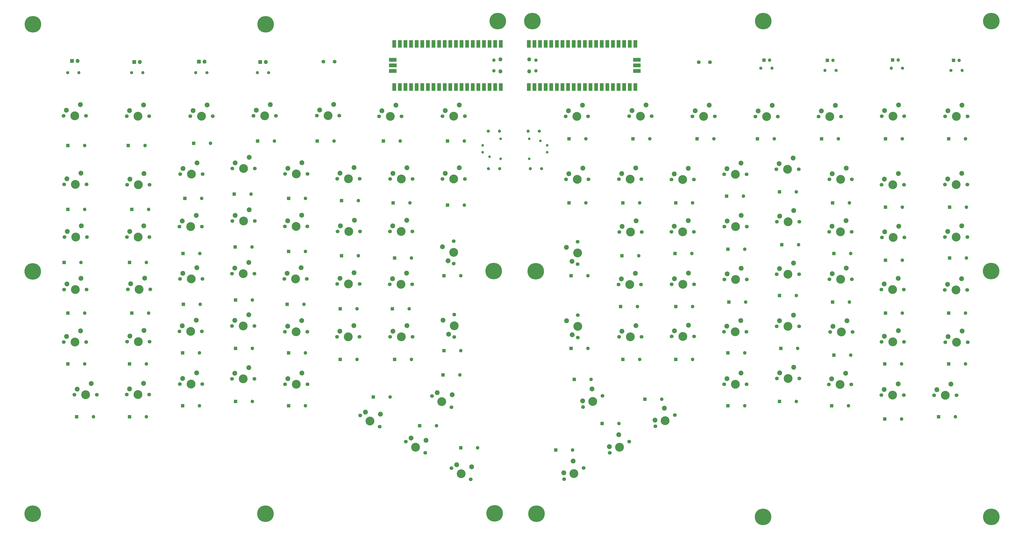
<source format=gbr>
%TF.GenerationSoftware,KiCad,Pcbnew,6.0.9-8da3e8f707~117~ubuntu20.04.1*%
%TF.CreationDate,2022-12-03T18:10:28+01:00*%
%TF.ProjectId,98keys-split-pcb,39386b65-7973-42d7-9370-6c69742d7063,rev?*%
%TF.SameCoordinates,Original*%
%TF.FileFunction,Soldermask,Top*%
%TF.FilePolarity,Negative*%
%FSLAX46Y46*%
G04 Gerber Fmt 4.6, Leading zero omitted, Abs format (unit mm)*
G04 Created by KiCad (PCBNEW 6.0.9-8da3e8f707~117~ubuntu20.04.1) date 2022-12-03 18:10:28*
%MOMM*%
%LPD*%
G01*
G04 APERTURE LIST*
%ADD10R,1.600000X1.600000*%
%ADD11O,1.600000X1.600000*%
%ADD12C,7.500000*%
%ADD13C,1.700000*%
%ADD14C,4.000000*%
%ADD15C,2.200000*%
%ADD16R,1.500000X1.500000*%
%ADD17O,1.500000X1.500000*%
%ADD18C,1.400000*%
%ADD19O,1.400000X1.400000*%
%ADD20R,1.800000X1.800000*%
%ADD21O,1.800000X1.800000*%
%ADD22O,1.700000X1.700000*%
%ADD23R,1.700000X3.500000*%
%ADD24R,1.700000X1.700000*%
%ADD25R,3.500000X1.700000*%
%ADD26C,1.200000*%
G04 APERTURE END LIST*
D10*
%TO.C,D23*%
X431000000Y-181000000D03*
D11*
X438620000Y-181000000D03*
%TD*%
D10*
%TO.C,D91*%
X136000000Y-212000000D03*
D11*
X143620000Y-212000000D03*
%TD*%
D10*
%TO.C,D61*%
X267380000Y-216000000D03*
D11*
X275000000Y-216000000D03*
%TD*%
D12*
%TO.C,H15*%
X302750000Y-32600000D03*
%TD*%
D10*
%TO.C,D90*%
X165000000Y-88000000D03*
D11*
X172620000Y-88000000D03*
%TD*%
D10*
%TO.C,D79*%
X183380000Y-111000000D03*
D11*
X191000000Y-111000000D03*
%TD*%
D13*
%TO.C,SW43*%
X338900000Y-142780000D03*
D14*
X338900000Y-137700000D03*
D13*
X338900000Y-132620000D03*
D15*
X333820000Y-135160000D03*
X336360000Y-141510000D03*
%TD*%
D14*
%TO.C,SW89*%
X140000000Y-177900000D03*
D13*
X145080000Y-177900000D03*
X134920000Y-177900000D03*
D15*
X142540000Y-172820000D03*
X136190000Y-175360000D03*
%TD*%
D14*
%TO.C,SW3*%
X510380000Y-130540000D03*
D13*
X505300000Y-130540000D03*
X515460000Y-130540000D03*
D15*
X512920000Y-125460000D03*
X506570000Y-128000000D03*
%TD*%
D10*
%TO.C,D44*%
X350000000Y-215000000D03*
D11*
X357620000Y-215000000D03*
%TD*%
D10*
%TO.C,D47*%
X329000000Y-227000000D03*
D11*
X336620000Y-227000000D03*
%TD*%
D12*
%TO.C,H3*%
X526300000Y-32600000D03*
%TD*%
D16*
%TO.C,D51*%
X509180000Y-50440000D03*
D17*
X511720000Y-50440000D03*
%TD*%
D13*
%TO.C,SW21*%
X439360000Y-123540000D03*
D14*
X434280000Y-123540000D03*
D13*
X429200000Y-123540000D03*
D15*
X436820000Y-118460000D03*
X430470000Y-121000000D03*
%TD*%
D13*
%TO.C,SW28*%
X415360000Y-173440000D03*
D14*
X410280000Y-173440000D03*
D13*
X405200000Y-173440000D03*
D15*
X412820000Y-168360000D03*
X406470000Y-170900000D03*
%TD*%
D10*
%TO.C,D26*%
X407000000Y-136000000D03*
D11*
X414620000Y-136000000D03*
%TD*%
D10*
%TO.C,D95*%
X136000000Y-188000000D03*
D11*
X143620000Y-188000000D03*
%TD*%
D13*
%TO.C,SW80*%
X158720000Y-197100000D03*
X168880000Y-197100000D03*
D14*
X163800000Y-197100000D03*
D15*
X166340000Y-192020000D03*
X159990000Y-194560000D03*
%TD*%
D10*
%TO.C,D43*%
X336000000Y-148000000D03*
D11*
X343620000Y-148000000D03*
%TD*%
D13*
%TO.C,SW5*%
X505200000Y-154440000D03*
X515360000Y-154440000D03*
D14*
X510280000Y-154440000D03*
D15*
X512820000Y-149360000D03*
X506470000Y-151900000D03*
%TD*%
D18*
%TO.C,R10*%
X136920000Y-56000000D03*
D19*
X142000000Y-56000000D03*
%TD*%
D14*
%TO.C,SW9*%
X481880000Y-130640000D03*
D13*
X486960000Y-130640000D03*
X476800000Y-130640000D03*
D15*
X484420000Y-125560000D03*
X478070000Y-128100000D03*
%TD*%
D12*
%TO.C,H11*%
X92100000Y-255900000D03*
%TD*%
D13*
%TO.C,SW35*%
X382919405Y-211220009D03*
X374120586Y-216300009D03*
D14*
X378519995Y-213760009D03*
D15*
X378179700Y-208090600D03*
X373950439Y-213465305D03*
%TD*%
D14*
%TO.C,SW34*%
X386580000Y-175540000D03*
D13*
X381500000Y-175540000D03*
X391660000Y-175540000D03*
D15*
X389120000Y-170460000D03*
X382770000Y-173000000D03*
%TD*%
D12*
%TO.C,H9*%
X92200000Y-34100000D03*
%TD*%
D18*
%TO.C,R11*%
X298460000Y-82500000D03*
D19*
X303540000Y-82500000D03*
%TD*%
D14*
%TO.C,SW53*%
X282820000Y-137460000D03*
D13*
X282820000Y-132380000D03*
X282820000Y-142540000D03*
D15*
X277740000Y-134920000D03*
X280280000Y-141270000D03*
%TD*%
D10*
%TO.C,D93*%
X136000000Y-142000000D03*
D11*
X143620000Y-142000000D03*
%TD*%
D13*
%TO.C,SW11*%
X476500000Y-154340000D03*
D14*
X481580000Y-154340000D03*
D13*
X486660000Y-154340000D03*
D15*
X484120000Y-149260000D03*
X477770000Y-151800000D03*
%TD*%
D18*
%TO.C,R8*%
X171000000Y-56000000D03*
D19*
X165920000Y-56000000D03*
%TD*%
D10*
%TO.C,D88*%
X160190000Y-138000000D03*
D11*
X167810000Y-138000000D03*
%TD*%
D14*
%TO.C,SW7*%
X481780000Y-75740000D03*
D13*
X476700000Y-75740000D03*
X486860000Y-75740000D03*
D15*
X484320000Y-70660000D03*
X477970000Y-73200000D03*
%TD*%
D13*
%TO.C,SW58*%
X264080000Y-128000000D03*
X253920000Y-128000000D03*
D14*
X259000000Y-128000000D03*
D15*
X261540000Y-122920000D03*
X255190000Y-125460000D03*
%TD*%
D13*
%TO.C,SW76*%
X182520000Y-123200000D03*
D14*
X187600000Y-123200000D03*
D13*
X192680000Y-123200000D03*
D15*
X190140000Y-118120000D03*
X183790000Y-120660000D03*
%TD*%
D12*
%TO.C,H8*%
X422950000Y-257350000D03*
%TD*%
D10*
%TO.C,D35*%
X383380000Y-186000000D03*
D11*
X391000000Y-186000000D03*
%TD*%
D10*
%TO.C,D83*%
X184000000Y-205000000D03*
D11*
X191620000Y-205000000D03*
%TD*%
D10*
%TO.C,D66*%
X280000000Y-87000000D03*
D11*
X287620000Y-87000000D03*
%TD*%
D14*
%TO.C,SW20*%
X433980000Y-99740000D03*
D13*
X428900000Y-99740000D03*
X439060000Y-99740000D03*
D15*
X436520000Y-94660000D03*
X430170000Y-97200000D03*
%TD*%
D10*
%TO.C,D81*%
X184000000Y-159000000D03*
D11*
X191620000Y-159000000D03*
%TD*%
D13*
%TO.C,SW29*%
X415560000Y-149740000D03*
D14*
X410480000Y-149740000D03*
D13*
X405400000Y-149740000D03*
D15*
X413020000Y-144660000D03*
X406670000Y-147200000D03*
%TD*%
D14*
%TO.C,SW17*%
X458080000Y-149640000D03*
D13*
X463160000Y-149640000D03*
X453000000Y-149640000D03*
D15*
X460620000Y-144560000D03*
X454270000Y-147100000D03*
%TD*%
D10*
%TO.C,D86*%
X160000000Y-207000000D03*
D11*
X167620000Y-207000000D03*
%TD*%
D13*
%TO.C,SW74*%
X192580000Y-194800000D03*
X182420000Y-194800000D03*
D14*
X187500000Y-194800000D03*
D15*
X190040000Y-189720000D03*
X183690000Y-192260000D03*
%TD*%
D12*
%TO.C,H1*%
X526300000Y-257350000D03*
%TD*%
D13*
%TO.C,SW66*%
X259180000Y-75800000D03*
D14*
X254100000Y-75800000D03*
D13*
X249020000Y-75800000D03*
D15*
X256640000Y-70720000D03*
X250290000Y-73260000D03*
%TD*%
D10*
%TO.C,D40*%
X359000000Y-139000000D03*
D11*
X366620000Y-139000000D03*
%TD*%
D13*
%TO.C,SW85*%
X135220000Y-154200000D03*
D14*
X140300000Y-154200000D03*
D13*
X145380000Y-154200000D03*
D15*
X142840000Y-149120000D03*
X136490000Y-151660000D03*
%TD*%
D10*
%TO.C,D62*%
X256000000Y-140000000D03*
D11*
X263620000Y-140000000D03*
%TD*%
D14*
%TO.C,SW15*%
X457980000Y-128140000D03*
D13*
X452900000Y-128140000D03*
X463060000Y-128140000D03*
D15*
X460520000Y-123060000D03*
X454170000Y-125600000D03*
%TD*%
D10*
%TO.C,D92*%
X137000000Y-118000000D03*
D11*
X144620000Y-118000000D03*
%TD*%
D10*
%TO.C,D82*%
X184000000Y-181000000D03*
D11*
X191620000Y-181000000D03*
%TD*%
D18*
%TO.C,R1*%
X421920000Y-54000000D03*
D19*
X427000000Y-54000000D03*
%TD*%
D13*
%TO.C,SW6*%
X510560000Y-202240000D03*
D14*
X505480000Y-202240000D03*
D13*
X500400000Y-202240000D03*
D15*
X508020000Y-197160000D03*
X501670000Y-199700000D03*
%TD*%
D10*
%TO.C,D56*%
X286000000Y-226000000D03*
D11*
X293620000Y-226000000D03*
%TD*%
D10*
%TO.C,D73*%
X208000000Y-113000000D03*
D11*
X215620000Y-113000000D03*
%TD*%
D14*
%TO.C,SW27*%
X410480000Y-125740000D03*
D13*
X405400000Y-125740000D03*
X415560000Y-125740000D03*
D15*
X413020000Y-120660000D03*
X406670000Y-123200000D03*
%TD*%
D10*
%TO.C,D42*%
X335000000Y-115000000D03*
D11*
X342620000Y-115000000D03*
%TD*%
D13*
%TO.C,SW88*%
X144980000Y-130500000D03*
D14*
X139900000Y-130500000D03*
D13*
X134820000Y-130500000D03*
D15*
X142440000Y-125420000D03*
X136090000Y-127960000D03*
%TD*%
D14*
%TO.C,SW62*%
X235100000Y-104100000D03*
D13*
X240180000Y-104100000D03*
X230020000Y-104100000D03*
D15*
X237640000Y-99020000D03*
X231290000Y-101560000D03*
%TD*%
D13*
%TO.C,SW87*%
X134920000Y-106800000D03*
X145080000Y-106800000D03*
D14*
X140000000Y-106800000D03*
D15*
X142540000Y-101720000D03*
X136190000Y-104260000D03*
%TD*%
D13*
%TO.C,SW48*%
X393800000Y-51300000D03*
X398880000Y-51300000D03*
%TD*%
D10*
%TO.C,D98*%
X108000000Y-165000000D03*
D11*
X115620000Y-165000000D03*
%TD*%
D13*
%TO.C,SW4*%
X505500000Y-178140000D03*
X515660000Y-178140000D03*
D14*
X510580000Y-178140000D03*
D15*
X513120000Y-173060000D03*
X506770000Y-175600000D03*
%TD*%
D14*
%TO.C,SW93*%
X111400000Y-106600000D03*
D13*
X106320000Y-106600000D03*
X116480000Y-106600000D03*
D15*
X113940000Y-101520000D03*
X107590000Y-104060000D03*
%TD*%
D10*
%TO.C,D10*%
X478380000Y-165000000D03*
D11*
X486000000Y-165000000D03*
%TD*%
D14*
%TO.C,SW90*%
X139800000Y-75700000D03*
D13*
X134720000Y-75700000D03*
X144880000Y-75700000D03*
D15*
X142340000Y-70620000D03*
X135990000Y-73160000D03*
%TD*%
D10*
%TO.C,D70*%
X231380000Y-163000000D03*
D11*
X239000000Y-163000000D03*
%TD*%
D10*
%TO.C,D39*%
X359380000Y-186000000D03*
D11*
X367000000Y-186000000D03*
%TD*%
D13*
%TO.C,SW39*%
X357800000Y-128240000D03*
X367960000Y-128240000D03*
D14*
X362880000Y-128240000D03*
D15*
X365420000Y-123160000D03*
X359070000Y-125700000D03*
%TD*%
D10*
%TO.C,D69*%
X232000000Y-139000000D03*
D11*
X239620000Y-139000000D03*
%TD*%
D10*
%TO.C,D100*%
X108000000Y-118000000D03*
D11*
X115620000Y-118000000D03*
%TD*%
D10*
%TO.C,D99*%
X108000000Y-188000000D03*
D11*
X115620000Y-188000000D03*
%TD*%
D18*
%TO.C,R4*%
X486080000Y-54000000D03*
D19*
X481000000Y-54000000D03*
%TD*%
D10*
%TO.C,D80*%
X183810000Y-135000000D03*
D11*
X191430000Y-135000000D03*
%TD*%
D13*
%TO.C,SW31*%
X362300000Y-75740000D03*
X372460000Y-75740000D03*
D14*
X367380000Y-75740000D03*
D15*
X369920000Y-70660000D03*
X363570000Y-73200000D03*
%TD*%
D10*
%TO.C,D2*%
X507380000Y-117000000D03*
D11*
X515000000Y-117000000D03*
%TD*%
D13*
%TO.C,SW81*%
X169080000Y-102000000D03*
X158920000Y-102000000D03*
D14*
X164000000Y-102000000D03*
D15*
X166540000Y-96920000D03*
X160190000Y-99460000D03*
%TD*%
D12*
%TO.C,H5*%
X318450000Y-32650000D03*
%TD*%
D10*
%TO.C,D41*%
X358380000Y-162000000D03*
D11*
X366000000Y-162000000D03*
%TD*%
D10*
%TO.C,D34*%
X383380000Y-162000000D03*
D11*
X391000000Y-162000000D03*
%TD*%
D10*
%TO.C,D24*%
X430380000Y-205000000D03*
D11*
X438000000Y-205000000D03*
%TD*%
D14*
%TO.C,SW54*%
X283040000Y-170720000D03*
D13*
X283040000Y-165640000D03*
X283040000Y-175800000D03*
D15*
X277960000Y-168180000D03*
X280500000Y-174530000D03*
%TD*%
D10*
%TO.C,D58*%
X278380000Y-182000000D03*
D11*
X286000000Y-182000000D03*
%TD*%
D10*
%TO.C,D16*%
X455000000Y-184000000D03*
D11*
X462620000Y-184000000D03*
%TD*%
D13*
%TO.C,SW19*%
X429600000Y-75860000D03*
X419440000Y-75860000D03*
D14*
X424520000Y-75860000D03*
D15*
X427060000Y-70780000D03*
X420710000Y-73320000D03*
%TD*%
D10*
%TO.C,D27*%
X406380000Y-112000000D03*
D11*
X414000000Y-112000000D03*
%TD*%
D18*
%TO.C,R12*%
X107920000Y-56000000D03*
D19*
X113000000Y-56000000D03*
%TD*%
D13*
%TO.C,SW47*%
X332820586Y-240200009D03*
D14*
X337219995Y-237660009D03*
D13*
X341619405Y-235120009D03*
D15*
X336879700Y-231990600D03*
X332650439Y-237365305D03*
%TD*%
D16*
%TO.C,D49*%
X452064700Y-50440000D03*
D17*
X454604700Y-50440000D03*
%TD*%
D14*
%TO.C,SW18*%
X457780000Y-197340000D03*
D13*
X452700000Y-197340000D03*
X462860000Y-197340000D03*
D15*
X460320000Y-192260000D03*
X453970000Y-194800000D03*
%TD*%
D10*
%TO.C,D14*%
X454380000Y-115000000D03*
D11*
X462000000Y-115000000D03*
%TD*%
D13*
%TO.C,SW96*%
X116280000Y-75600000D03*
D14*
X111200000Y-75600000D03*
D13*
X106120000Y-75600000D03*
D15*
X113740000Y-70520000D03*
X107390000Y-73060000D03*
%TD*%
D12*
%TO.C,H4*%
X423000000Y-32650000D03*
%TD*%
D14*
%TO.C,SW67*%
X211200000Y-149500000D03*
D13*
X206120000Y-149500000D03*
X216280000Y-149500000D03*
D15*
X213740000Y-144420000D03*
X207390000Y-146960000D03*
%TD*%
D13*
%TO.C,SW41*%
X357500000Y-152040000D03*
D14*
X362580000Y-152040000D03*
D13*
X367660000Y-152040000D03*
D15*
X365120000Y-146960000D03*
X358770000Y-149500000D03*
%TD*%
D10*
%TO.C,D4*%
X507000000Y-165000000D03*
D11*
X514620000Y-165000000D03*
%TD*%
D13*
%TO.C,SW46*%
X341420586Y-207569409D03*
X350219405Y-202489409D03*
D14*
X345819995Y-205029409D03*
D15*
X345479700Y-199360000D03*
X341250439Y-204734705D03*
%TD*%
D14*
%TO.C,SW16*%
X458380000Y-173540000D03*
D13*
X463460000Y-173540000D03*
X453300000Y-173540000D03*
D15*
X460920000Y-168460000D03*
X454570000Y-171000000D03*
%TD*%
D10*
%TO.C,D63*%
X255000000Y-163000000D03*
D11*
X262620000Y-163000000D03*
%TD*%
D10*
%TO.C,D33*%
X383000000Y-138000000D03*
D11*
X390620000Y-138000000D03*
%TD*%
D13*
%TO.C,SW22*%
X429060000Y-170960000D03*
X439220000Y-170960000D03*
D14*
X434140000Y-170960000D03*
D15*
X436680000Y-165880000D03*
X430330000Y-168420000D03*
%TD*%
D14*
%TO.C,SW26*%
X410380000Y-102040000D03*
D13*
X405300000Y-102040000D03*
X415460000Y-102040000D03*
D15*
X412920000Y-96960000D03*
X406570000Y-99500000D03*
%TD*%
D10*
%TO.C,D25*%
X393000000Y-86000000D03*
D11*
X400620000Y-86000000D03*
%TD*%
D20*
%TO.C,D54*%
X138100000Y-51200000D03*
D21*
X140640000Y-51200000D03*
%TD*%
D13*
%TO.C,SW12*%
X476500000Y-202140000D03*
D14*
X481580000Y-202140000D03*
D13*
X486660000Y-202140000D03*
D15*
X484120000Y-197060000D03*
X477770000Y-199600000D03*
%TD*%
D13*
%TO.C,SW84*%
X163520000Y-75700000D03*
X173680000Y-75700000D03*
D14*
X168600000Y-75700000D03*
D15*
X171140000Y-70620000D03*
X164790000Y-73160000D03*
%TD*%
D10*
%TO.C,D5*%
X507000000Y-188000000D03*
D11*
X514620000Y-188000000D03*
%TD*%
D10*
%TO.C,D78*%
X221000000Y-87000000D03*
D11*
X228620000Y-87000000D03*
%TD*%
D10*
%TO.C,D96*%
X135380000Y-89000000D03*
D11*
X143000000Y-89000000D03*
%TD*%
D13*
%TO.C,SW60*%
X277720000Y-75700000D03*
D14*
X282800000Y-75700000D03*
D13*
X287880000Y-75700000D03*
D15*
X285340000Y-70620000D03*
X278990000Y-73160000D03*
%TD*%
D13*
%TO.C,SW56*%
X263980000Y-151900000D03*
D14*
X258900000Y-151900000D03*
D13*
X253820000Y-151900000D03*
D15*
X261440000Y-146820000D03*
X255090000Y-149360000D03*
%TD*%
D18*
%TO.C,R6*%
X508000000Y-55000000D03*
D19*
X513080000Y-55000000D03*
%TD*%
D10*
%TO.C,D65*%
X256000000Y-186000000D03*
D11*
X263620000Y-186000000D03*
%TD*%
D10*
%TO.C,D77*%
X208000000Y-137000000D03*
D11*
X215620000Y-137000000D03*
%TD*%
D13*
%TO.C,SW36*%
X381500000Y-151940000D03*
D14*
X386580000Y-151940000D03*
D13*
X391660000Y-151940000D03*
D15*
X389120000Y-146860000D03*
X382770000Y-149400000D03*
%TD*%
D18*
%TO.C,R3*%
X322620000Y-99500000D03*
D19*
X317540000Y-99500000D03*
%TD*%
D12*
%TO.C,H16*%
X301300000Y-255700000D03*
%TD*%
%TO.C,H13*%
X300900000Y-145900000D03*
%TD*%
D10*
%TO.C,D3*%
X507380000Y-140000000D03*
D11*
X515000000Y-140000000D03*
%TD*%
D10*
%TO.C,D72*%
X251000000Y-87000000D03*
D11*
X258620000Y-87000000D03*
%TD*%
D12*
%TO.C,H12*%
X92100000Y-146100000D03*
%TD*%
D10*
%TO.C,D18*%
X454000000Y-207000000D03*
D11*
X461620000Y-207000000D03*
%TD*%
D10*
%TO.C,D28*%
X407380000Y-160000000D03*
D11*
X415000000Y-160000000D03*
%TD*%
D12*
%TO.C,H2*%
X526250000Y-145950000D03*
%TD*%
D10*
%TO.C,D71*%
X231380000Y-186000000D03*
D11*
X239000000Y-186000000D03*
%TD*%
D13*
%TO.C,SW1*%
X515560000Y-75840000D03*
D14*
X510480000Y-75840000D03*
D13*
X505400000Y-75840000D03*
D15*
X513020000Y-70760000D03*
X506670000Y-73300000D03*
%TD*%
D10*
%TO.C,D8*%
X478380000Y-117000000D03*
D11*
X486000000Y-117000000D03*
%TD*%
D14*
%TO.C,SW73*%
X187500000Y-147100000D03*
D13*
X192580000Y-147100000D03*
X182420000Y-147100000D03*
D15*
X190040000Y-142020000D03*
X183690000Y-144560000D03*
%TD*%
D10*
%TO.C,D1*%
X507000000Y-86000000D03*
D11*
X514620000Y-86000000D03*
%TD*%
D10*
%TO.C,D22*%
X430380000Y-157000000D03*
D11*
X438000000Y-157000000D03*
%TD*%
D10*
%TO.C,D46*%
X337380000Y-195000000D03*
D11*
X345000000Y-195000000D03*
%TD*%
D16*
%TO.C,D48*%
X423364700Y-50340000D03*
D17*
X425904700Y-50340000D03*
%TD*%
D13*
%TO.C,SW51*%
X281739405Y-207660009D03*
D14*
X277339995Y-205120009D03*
D13*
X272940586Y-202580009D03*
D15*
X282079700Y-201990600D03*
X275310439Y-201015305D03*
%TD*%
D14*
%TO.C,SW71*%
X211400000Y-173400000D03*
D13*
X206320000Y-173400000D03*
X216480000Y-173400000D03*
D15*
X213940000Y-168320000D03*
X207590000Y-170860000D03*
%TD*%
D13*
%TO.C,SW91*%
X116480000Y-154300000D03*
X106320000Y-154300000D03*
D14*
X111400000Y-154300000D03*
D15*
X113940000Y-149220000D03*
X107590000Y-151760000D03*
%TD*%
D14*
%TO.C,SW69*%
X211500000Y-101900000D03*
D13*
X206420000Y-101900000D03*
X216580000Y-101900000D03*
D15*
X214040000Y-96820000D03*
X207690000Y-99360000D03*
%TD*%
D13*
%TO.C,SW86*%
X134720000Y-201900000D03*
D14*
X139800000Y-201900000D03*
D13*
X144880000Y-201900000D03*
D15*
X142340000Y-196820000D03*
X135990000Y-199360000D03*
%TD*%
D12*
%TO.C,H7*%
X320300000Y-255900000D03*
%TD*%
D10*
%TO.C,D11*%
X478000000Y-188000000D03*
D11*
X485620000Y-188000000D03*
%TD*%
D10*
%TO.C,D89*%
X160000000Y-183000000D03*
D11*
X167620000Y-183000000D03*
%TD*%
D13*
%TO.C,SW32*%
X381400000Y-104440000D03*
D14*
X386480000Y-104440000D03*
D13*
X391560000Y-104440000D03*
D15*
X389020000Y-99360000D03*
X382670000Y-101900000D03*
%TD*%
D20*
%TO.C,D55*%
X109900000Y-50700000D03*
D21*
X112440000Y-50700000D03*
%TD*%
D18*
%TO.C,R2*%
X456000000Y-55000000D03*
D19*
X450920000Y-55000000D03*
%TD*%
D10*
%TO.C,D67*%
X246380000Y-203000000D03*
D11*
X254000000Y-203000000D03*
%TD*%
D18*
%TO.C,R7*%
X199000000Y-56000000D03*
D19*
X193920000Y-56000000D03*
%TD*%
D10*
%TO.C,D21*%
X431380000Y-134000000D03*
D11*
X439000000Y-134000000D03*
%TD*%
D18*
%TO.C,R9*%
X298540000Y-99500000D03*
D19*
X303620000Y-99500000D03*
%TD*%
D14*
%TO.C,SW2*%
X510380000Y-106740000D03*
D13*
X505300000Y-106740000D03*
X515460000Y-106740000D03*
D15*
X512920000Y-101660000D03*
X506570000Y-104200000D03*
%TD*%
D13*
%TO.C,SW10*%
X476600000Y-178040000D03*
X486760000Y-178040000D03*
D14*
X481680000Y-178040000D03*
D15*
X484220000Y-172960000D03*
X477870000Y-175500000D03*
%TD*%
D10*
%TO.C,D97*%
X112000000Y-212000000D03*
D11*
X119620000Y-212000000D03*
%TD*%
D13*
%TO.C,SW77*%
X182420000Y-170800000D03*
D14*
X187500000Y-170800000D03*
D13*
X192580000Y-170800000D03*
D15*
X190040000Y-165720000D03*
X183690000Y-168260000D03*
%TD*%
D13*
%TO.C,SW95*%
X116380000Y-178100000D03*
X106220000Y-178100000D03*
D14*
X111300000Y-178100000D03*
D15*
X113840000Y-173020000D03*
X107490000Y-175560000D03*
%TD*%
D18*
%TO.C,R5*%
X321540000Y-82500000D03*
D19*
X316460000Y-82500000D03*
%TD*%
D13*
%TO.C,SW45*%
X362319405Y-223220009D03*
D14*
X357919995Y-225760009D03*
D13*
X353520586Y-228300009D03*
D15*
X357579700Y-220090600D03*
X353350439Y-225465305D03*
%TD*%
D13*
%TO.C,SW30*%
X405300000Y-197240000D03*
X415460000Y-197240000D03*
D14*
X410380000Y-197240000D03*
D15*
X412920000Y-192160000D03*
X406570000Y-194700000D03*
%TD*%
D17*
%TO.C,U2*%
X300970000Y-55150000D03*
D21*
X304000000Y-55450000D03*
X304000000Y-50000000D03*
D17*
X300970000Y-50300000D03*
D22*
X304130000Y-43835000D03*
D23*
X304130000Y-42935000D03*
X301590000Y-42935000D03*
D22*
X301590000Y-43835000D03*
D23*
X299050000Y-42935000D03*
D24*
X299050000Y-43835000D03*
D22*
X296510000Y-43835000D03*
D23*
X296510000Y-42935000D03*
D22*
X293970000Y-43835000D03*
D23*
X293970000Y-42935000D03*
D22*
X291430000Y-43835000D03*
D23*
X291430000Y-42935000D03*
D22*
X288890000Y-43835000D03*
D23*
X288890000Y-42935000D03*
D24*
X286350000Y-43835000D03*
D23*
X286350000Y-42935000D03*
X283810000Y-42935000D03*
D22*
X283810000Y-43835000D03*
X281270000Y-43835000D03*
D23*
X281270000Y-42935000D03*
X278730000Y-42935000D03*
D22*
X278730000Y-43835000D03*
D23*
X276190000Y-42935000D03*
D22*
X276190000Y-43835000D03*
D23*
X273650000Y-42935000D03*
D24*
X273650000Y-43835000D03*
D23*
X271110000Y-42935000D03*
D22*
X271110000Y-43835000D03*
D23*
X268570000Y-42935000D03*
D22*
X268570000Y-43835000D03*
D23*
X266030000Y-42935000D03*
D22*
X266030000Y-43835000D03*
D23*
X263490000Y-42935000D03*
D22*
X263490000Y-43835000D03*
D23*
X260950000Y-42935000D03*
D24*
X260950000Y-43835000D03*
D22*
X258410000Y-43835000D03*
D23*
X258410000Y-42935000D03*
D22*
X255870000Y-43835000D03*
D23*
X255870000Y-42935000D03*
X255870000Y-62515000D03*
D22*
X255870000Y-61615000D03*
D23*
X258410000Y-62515000D03*
D22*
X258410000Y-61615000D03*
D24*
X260950000Y-61615000D03*
D23*
X260950000Y-62515000D03*
X263490000Y-62515000D03*
D22*
X263490000Y-61615000D03*
D23*
X266030000Y-62515000D03*
D22*
X266030000Y-61615000D03*
X268570000Y-61615000D03*
D23*
X268570000Y-62515000D03*
D22*
X271110000Y-61615000D03*
D23*
X271110000Y-62515000D03*
X273650000Y-62515000D03*
D24*
X273650000Y-61615000D03*
D22*
X276190000Y-61615000D03*
D23*
X276190000Y-62515000D03*
D22*
X278730000Y-61615000D03*
D23*
X278730000Y-62515000D03*
X281270000Y-62515000D03*
D22*
X281270000Y-61615000D03*
X283810000Y-61615000D03*
D23*
X283810000Y-62515000D03*
D24*
X286350000Y-61615000D03*
D23*
X286350000Y-62515000D03*
X288890000Y-62515000D03*
D22*
X288890000Y-61615000D03*
D23*
X291430000Y-62515000D03*
D22*
X291430000Y-61615000D03*
D23*
X293970000Y-62515000D03*
D22*
X293970000Y-61615000D03*
X296510000Y-61615000D03*
D23*
X296510000Y-62515000D03*
D24*
X299050000Y-61615000D03*
D23*
X299050000Y-62515000D03*
X301590000Y-62515000D03*
D22*
X301590000Y-61615000D03*
X304130000Y-61615000D03*
D23*
X304130000Y-62515000D03*
D25*
X255200000Y-50185000D03*
D22*
X256100000Y-50185000D03*
D24*
X256100000Y-52725000D03*
D25*
X255200000Y-52725000D03*
X255200000Y-55265000D03*
D22*
X256100000Y-55265000D03*
%TD*%
D13*
%TO.C,SW55*%
X269939405Y-228260009D03*
X261140586Y-223180009D03*
D14*
X265539995Y-225720009D03*
D15*
X270279700Y-222590600D03*
X263510439Y-221615305D03*
%TD*%
D10*
%TO.C,D75*%
X208000000Y-183000000D03*
D11*
X215620000Y-183000000D03*
%TD*%
D14*
%TO.C,SW78*%
X197200000Y-75600000D03*
D13*
X202280000Y-75600000D03*
X192120000Y-75600000D03*
D15*
X199740000Y-70520000D03*
X193390000Y-73060000D03*
%TD*%
D13*
%TO.C,SW70*%
X206320000Y-125700000D03*
D14*
X211400000Y-125700000D03*
D13*
X216480000Y-125700000D03*
D15*
X213940000Y-120620000D03*
X207590000Y-123160000D03*
%TD*%
D21*
%TO.C,U1*%
X317000000Y-50000000D03*
D17*
X320030000Y-50300000D03*
D21*
X317000000Y-55450000D03*
D17*
X320030000Y-55150000D03*
D23*
X316870000Y-62515000D03*
D22*
X316870000Y-61615000D03*
X319410000Y-61615000D03*
D23*
X319410000Y-62515000D03*
X321950000Y-62515000D03*
D24*
X321950000Y-61615000D03*
D22*
X324490000Y-61615000D03*
D23*
X324490000Y-62515000D03*
X327030000Y-62515000D03*
D22*
X327030000Y-61615000D03*
X329570000Y-61615000D03*
D23*
X329570000Y-62515000D03*
D22*
X332110000Y-61615000D03*
D23*
X332110000Y-62515000D03*
D24*
X334650000Y-61615000D03*
D23*
X334650000Y-62515000D03*
D22*
X337190000Y-61615000D03*
D23*
X337190000Y-62515000D03*
D22*
X339730000Y-61615000D03*
D23*
X339730000Y-62515000D03*
X342270000Y-62515000D03*
D22*
X342270000Y-61615000D03*
D23*
X344810000Y-62515000D03*
D22*
X344810000Y-61615000D03*
D23*
X347350000Y-62515000D03*
D24*
X347350000Y-61615000D03*
D22*
X349890000Y-61615000D03*
D23*
X349890000Y-62515000D03*
D22*
X352430000Y-61615000D03*
D23*
X352430000Y-62515000D03*
D22*
X354970000Y-61615000D03*
D23*
X354970000Y-62515000D03*
D22*
X357510000Y-61615000D03*
D23*
X357510000Y-62515000D03*
X360050000Y-62515000D03*
D24*
X360050000Y-61615000D03*
D22*
X362590000Y-61615000D03*
D23*
X362590000Y-62515000D03*
X365130000Y-62515000D03*
D22*
X365130000Y-61615000D03*
X365130000Y-43835000D03*
D23*
X365130000Y-42935000D03*
D22*
X362590000Y-43835000D03*
D23*
X362590000Y-42935000D03*
D24*
X360050000Y-43835000D03*
D23*
X360050000Y-42935000D03*
D22*
X357510000Y-43835000D03*
D23*
X357510000Y-42935000D03*
X354970000Y-42935000D03*
D22*
X354970000Y-43835000D03*
D23*
X352430000Y-42935000D03*
D22*
X352430000Y-43835000D03*
D23*
X349890000Y-42935000D03*
D22*
X349890000Y-43835000D03*
D23*
X347350000Y-42935000D03*
D24*
X347350000Y-43835000D03*
D23*
X344810000Y-42935000D03*
D22*
X344810000Y-43835000D03*
D23*
X342270000Y-42935000D03*
D22*
X342270000Y-43835000D03*
D23*
X339730000Y-42935000D03*
D22*
X339730000Y-43835000D03*
X337190000Y-43835000D03*
D23*
X337190000Y-42935000D03*
X334650000Y-42935000D03*
D24*
X334650000Y-43835000D03*
D23*
X332110000Y-42935000D03*
D22*
X332110000Y-43835000D03*
X329570000Y-43835000D03*
D23*
X329570000Y-42935000D03*
X327030000Y-42935000D03*
D22*
X327030000Y-43835000D03*
X324490000Y-43835000D03*
D23*
X324490000Y-42935000D03*
X321950000Y-42935000D03*
D24*
X321950000Y-43835000D03*
D23*
X319410000Y-42935000D03*
D22*
X319410000Y-43835000D03*
D23*
X316870000Y-42935000D03*
D22*
X316870000Y-43835000D03*
D25*
X365800000Y-55265000D03*
D22*
X364900000Y-55265000D03*
D25*
X365800000Y-52725000D03*
D24*
X364900000Y-52725000D03*
D25*
X365800000Y-50185000D03*
D22*
X364900000Y-50185000D03*
%TD*%
D13*
%TO.C,SW94*%
X116680000Y-130500000D03*
X106520000Y-130500000D03*
D14*
X111600000Y-130500000D03*
D15*
X114140000Y-125420000D03*
X107790000Y-127960000D03*
%TD*%
D13*
%TO.C,SW79*%
X168980000Y-149500000D03*
D14*
X163900000Y-149500000D03*
D13*
X158820000Y-149500000D03*
D15*
X166440000Y-144420000D03*
X160090000Y-146960000D03*
%TD*%
D13*
%TO.C,SW72*%
X230980000Y-75500000D03*
X220820000Y-75500000D03*
D14*
X225900000Y-75500000D03*
D15*
X228440000Y-70420000D03*
X222090000Y-72960000D03*
%TD*%
D10*
%TO.C,D19*%
X420380000Y-86000000D03*
D11*
X428000000Y-86000000D03*
%TD*%
D10*
%TO.C,D74*%
X207380000Y-161000000D03*
D11*
X215000000Y-161000000D03*
%TD*%
D13*
%TO.C,SW13*%
X448100000Y-75940000D03*
D14*
X453180000Y-75940000D03*
D13*
X458260000Y-75940000D03*
D15*
X455720000Y-70860000D03*
X449370000Y-73400000D03*
%TD*%
D10*
%TO.C,D36*%
X369380000Y-204000000D03*
D11*
X377000000Y-204000000D03*
%TD*%
D10*
%TO.C,D59*%
X278380000Y-148000000D03*
D11*
X286000000Y-148000000D03*
%TD*%
D12*
%TO.C,H14*%
X197500000Y-255900000D03*
%TD*%
D13*
%TO.C,SW8*%
X476600000Y-106840000D03*
D14*
X481680000Y-106840000D03*
D13*
X486760000Y-106840000D03*
D15*
X484220000Y-101760000D03*
X477870000Y-104300000D03*
%TD*%
D10*
%TO.C,D32*%
X383380000Y-115000000D03*
D11*
X391000000Y-115000000D03*
%TD*%
D12*
%TO.C,H6*%
X320000000Y-146000000D03*
%TD*%
D10*
%TO.C,D9*%
X478380000Y-141000000D03*
D11*
X486000000Y-141000000D03*
%TD*%
D13*
%TO.C,SW33*%
X381400000Y-128140000D03*
X391560000Y-128140000D03*
D14*
X386480000Y-128140000D03*
D15*
X389020000Y-123060000D03*
X382670000Y-125600000D03*
%TD*%
D10*
%TO.C,D101*%
X106380000Y-142000000D03*
D11*
X114000000Y-142000000D03*
%TD*%
D10*
%TO.C,D76*%
X208000000Y-207000000D03*
D11*
X215620000Y-207000000D03*
%TD*%
D10*
%TO.C,D84*%
X194000000Y-87000000D03*
D11*
X201620000Y-87000000D03*
%TD*%
D13*
%TO.C,SW68*%
X206420000Y-197200000D03*
X216580000Y-197200000D03*
D14*
X211500000Y-197200000D03*
D15*
X214040000Y-192120000D03*
X207690000Y-194660000D03*
%TD*%
D10*
%TO.C,D37*%
X335000000Y-86000000D03*
D11*
X342620000Y-86000000D03*
%TD*%
D13*
%TO.C,SW49*%
X228900000Y-51000000D03*
X223820000Y-51000000D03*
%TD*%
D10*
%TO.C,D38*%
X359380000Y-115000000D03*
D11*
X367000000Y-115000000D03*
%TD*%
D20*
%TO.C,D52*%
X195200000Y-51200000D03*
D21*
X197740000Y-51200000D03*
%TD*%
D13*
%TO.C,SW37*%
X343660000Y-75840000D03*
X333500000Y-75840000D03*
D14*
X338580000Y-75840000D03*
D15*
X341120000Y-70760000D03*
X334770000Y-73300000D03*
%TD*%
D10*
%TO.C,D60*%
X280000000Y-116000000D03*
D11*
X287620000Y-116000000D03*
%TD*%
D10*
%TO.C,D31*%
X364000000Y-86000000D03*
D11*
X371620000Y-86000000D03*
%TD*%
D14*
%TO.C,SW25*%
X395980000Y-75840000D03*
D13*
X390900000Y-75840000D03*
X401060000Y-75840000D03*
D15*
X398520000Y-70760000D03*
X392170000Y-73300000D03*
%TD*%
D10*
%TO.C,D85*%
X160380000Y-161000000D03*
D11*
X168000000Y-161000000D03*
%TD*%
D10*
%TO.C,D12*%
X478000000Y-213000000D03*
D11*
X485620000Y-213000000D03*
%TD*%
D13*
%TO.C,SW64*%
X229920000Y-175700000D03*
D14*
X235000000Y-175700000D03*
D13*
X240080000Y-175700000D03*
D15*
X237540000Y-170620000D03*
X231190000Y-173160000D03*
%TD*%
D13*
%TO.C,SW38*%
X357600000Y-104240000D03*
X367760000Y-104240000D03*
D14*
X362680000Y-104240000D03*
D15*
X365220000Y-99160000D03*
X358870000Y-101700000D03*
%TD*%
D13*
%TO.C,SW52*%
X287880000Y-104200000D03*
X277720000Y-104200000D03*
D14*
X282800000Y-104200000D03*
D15*
X285340000Y-99120000D03*
X278990000Y-101660000D03*
%TD*%
D10*
%TO.C,D17*%
X454380000Y-160000000D03*
D11*
X462000000Y-160000000D03*
%TD*%
D10*
%TO.C,D45*%
X336000000Y-181000000D03*
D11*
X343620000Y-181000000D03*
%TD*%
D13*
%TO.C,SW63*%
X230220000Y-128000000D03*
D14*
X235300000Y-128000000D03*
D13*
X240380000Y-128000000D03*
D15*
X237840000Y-122920000D03*
X231490000Y-125460000D03*
%TD*%
D13*
%TO.C,SW82*%
X158620000Y-125800000D03*
X168780000Y-125800000D03*
D14*
X163700000Y-125800000D03*
D15*
X166240000Y-120720000D03*
X159890000Y-123260000D03*
%TD*%
D14*
%TO.C,SW92*%
X116100000Y-202000000D03*
D13*
X121180000Y-202000000D03*
X111020000Y-202000000D03*
D15*
X118640000Y-196920000D03*
X112290000Y-199460000D03*
%TD*%
D12*
%TO.C,H10*%
X197600000Y-34100000D03*
%TD*%
D10*
%TO.C,D87*%
X161000000Y-113000000D03*
D11*
X168620000Y-113000000D03*
%TD*%
D10*
%TO.C,D94*%
X137000000Y-165000000D03*
D11*
X144620000Y-165000000D03*
%TD*%
D14*
%TO.C,SW75*%
X187600000Y-99400000D03*
D13*
X192680000Y-99400000D03*
X182520000Y-99400000D03*
D15*
X190140000Y-94320000D03*
X183790000Y-96860000D03*
%TD*%
D10*
%TO.C,D30*%
X407000000Y-207000000D03*
D11*
X414620000Y-207000000D03*
%TD*%
D14*
%TO.C,SW50*%
X286139995Y-237820009D03*
D13*
X281740586Y-235280009D03*
X290539405Y-240360009D03*
D15*
X290879700Y-234690600D03*
X284110439Y-233715305D03*
%TD*%
D10*
%TO.C,D6*%
X502380000Y-212000000D03*
D11*
X510000000Y-212000000D03*
%TD*%
D13*
%TO.C,SW65*%
X240440586Y-211380009D03*
D14*
X244839995Y-213920009D03*
D13*
X249239405Y-216460009D03*
D15*
X249579700Y-210790600D03*
X242810439Y-209815305D03*
%TD*%
D13*
%TO.C,SW57*%
X264180000Y-104200000D03*
X254020000Y-104200000D03*
D14*
X259100000Y-104200000D03*
D15*
X261640000Y-99120000D03*
X255290000Y-101660000D03*
%TD*%
D14*
%TO.C,SW44*%
X339000000Y-171000000D03*
D13*
X339000000Y-176080000D03*
X339000000Y-165920000D03*
D15*
X333920000Y-168460000D03*
X336460000Y-174810000D03*
%TD*%
D13*
%TO.C,SW61*%
X240180000Y-151800000D03*
X230020000Y-151800000D03*
D14*
X235100000Y-151800000D03*
D15*
X237640000Y-146720000D03*
X231290000Y-149260000D03*
%TD*%
D13*
%TO.C,SW59*%
X264180000Y-175700000D03*
X254020000Y-175700000D03*
D14*
X259100000Y-175700000D03*
D15*
X261640000Y-170620000D03*
X255290000Y-173160000D03*
%TD*%
D10*
%TO.C,D15*%
X455000000Y-138000000D03*
D11*
X462620000Y-138000000D03*
%TD*%
D10*
%TO.C,D13*%
X449380000Y-86000000D03*
D11*
X457000000Y-86000000D03*
%TD*%
D14*
%TO.C,SW40*%
X362780000Y-175740000D03*
D13*
X367860000Y-175740000D03*
X357700000Y-175740000D03*
D15*
X365320000Y-170660000D03*
X358970000Y-173200000D03*
%TD*%
D10*
%TO.C,D20*%
X430380000Y-110000000D03*
D11*
X438000000Y-110000000D03*
%TD*%
D10*
%TO.C,D64*%
X255380000Y-115000000D03*
D11*
X263000000Y-115000000D03*
%TD*%
D13*
%TO.C,SW24*%
X429200000Y-194640000D03*
X439360000Y-194640000D03*
D14*
X434280000Y-194640000D03*
D15*
X436820000Y-189560000D03*
X430470000Y-192100000D03*
%TD*%
D10*
%TO.C,D102*%
X108000000Y-89000000D03*
D11*
X115620000Y-89000000D03*
%TD*%
D10*
%TO.C,D68*%
X232000000Y-114000000D03*
D11*
X239620000Y-114000000D03*
%TD*%
D13*
%TO.C,SW83*%
X168780000Y-173300000D03*
X158620000Y-173300000D03*
D14*
X163700000Y-173300000D03*
D15*
X166240000Y-168220000D03*
X159890000Y-170760000D03*
%TD*%
D10*
%TO.C,D7*%
X478380000Y-86000000D03*
D11*
X486000000Y-86000000D03*
%TD*%
D10*
%TO.C,D57*%
X278000000Y-193000000D03*
D11*
X285620000Y-193000000D03*
%TD*%
D20*
%TO.C,D53*%
X167400000Y-51000000D03*
D21*
X169940000Y-51000000D03*
%TD*%
D13*
%TO.C,SW14*%
X463160000Y-104340000D03*
X453000000Y-104340000D03*
D14*
X458080000Y-104340000D03*
D15*
X460620000Y-99260000D03*
X454270000Y-101800000D03*
%TD*%
D16*
%TO.C,D50*%
X481564700Y-50240000D03*
D17*
X484104700Y-50240000D03*
%TD*%
D10*
%TO.C,D29*%
X407000000Y-183000000D03*
D11*
X414620000Y-183000000D03*
%TD*%
D13*
%TO.C,SW23*%
X429100000Y-147340000D03*
D14*
X434180000Y-147340000D03*
D13*
X439260000Y-147340000D03*
D15*
X436720000Y-142260000D03*
X430370000Y-144800000D03*
%TD*%
D14*
%TO.C,SW42*%
X338780000Y-104340000D03*
D13*
X333700000Y-104340000D03*
X343860000Y-104340000D03*
D15*
X341320000Y-99260000D03*
X334970000Y-101800000D03*
%TD*%
D26*
%TO.C,J1*%
X317040000Y-95000000D03*
X322040000Y-86900000D03*
X325140000Y-92100000D03*
X317040000Y-86000000D03*
X325140000Y-88900000D03*
%TD*%
%TO.C,J2*%
X304040000Y-86000000D03*
X299040000Y-94100000D03*
X295940000Y-88900000D03*
X304040000Y-95000000D03*
X295940000Y-92100000D03*
%TD*%
M02*

</source>
